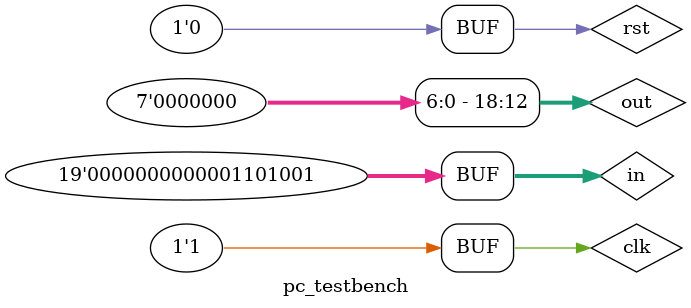
<source format=sv>
module pc(input[11:0] in,input clk,rst,output logic[11:0] pc);
  always@(posedge clk,posedge rst)begin
    if (rst)
      pc <= 12'b0;
    else
      pc <= in;
  end
endmodule
    
module pc_testbench();
  logic clk=1;
  logic rst;
  logic [18:0] in=105;
  wire [18:0] out;
  pc element(in,clk,rst,out);
  initial repeat(50)begin #5 clk=~clk; end
  initial repeat(12)begin #20 in = in+1 ; end
  initial begin
    rst <= 1'b1;
    #6
    rst <=0;
  end
endmodule
</source>
